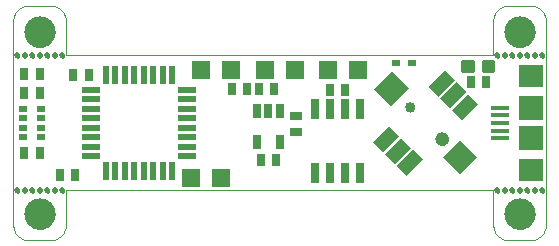
<source format=gts>
G75*
%MOIN*%
%OFA0B0*%
%FSLAX24Y24*%
%IPPOS*%
%LPD*%
%AMOC8*
5,1,8,0,0,1.08239X$1,22.5*
%
%ADD10C,0.0000*%
%ADD11C,0.1040*%
%ADD12C,0.0190*%
%ADD13R,0.0768X0.0473*%
%ADD14R,0.0827X0.0788*%
%ADD15C,0.0335*%
%ADD16C,0.0453*%
%ADD17R,0.0591X0.0178*%
%ADD18R,0.0788X0.0749*%
%ADD19R,0.0788X0.0788*%
%ADD20R,0.0276X0.0650*%
%ADD21R,0.0257X0.0512*%
%ADD22C,0.0130*%
%ADD23R,0.0640X0.0640*%
%ADD24R,0.0316X0.0237*%
%ADD25R,0.0316X0.0394*%
%ADD26R,0.0394X0.0316*%
%ADD27R,0.0316X0.0217*%
%ADD28R,0.0237X0.0611*%
%ADD29R,0.0611X0.0237*%
D10*
X004943Y002737D02*
X005693Y002737D01*
X005737Y002739D01*
X005780Y002745D01*
X005822Y002754D01*
X005864Y002767D01*
X005904Y002784D01*
X005943Y002804D01*
X005980Y002827D01*
X006014Y002854D01*
X006047Y002883D01*
X006076Y002916D01*
X006103Y002950D01*
X006126Y002987D01*
X006146Y003026D01*
X006163Y003066D01*
X006176Y003108D01*
X006185Y003150D01*
X006191Y003193D01*
X006193Y003237D01*
X006193Y004393D01*
X020443Y004393D01*
X020443Y003237D01*
X020445Y003193D01*
X020451Y003150D01*
X020460Y003108D01*
X020473Y003066D01*
X020490Y003026D01*
X020510Y002987D01*
X020533Y002950D01*
X020560Y002916D01*
X020589Y002883D01*
X020622Y002854D01*
X020656Y002827D01*
X020693Y002804D01*
X020732Y002784D01*
X020772Y002767D01*
X020814Y002754D01*
X020856Y002745D01*
X020899Y002739D01*
X020943Y002737D01*
X021693Y002737D01*
X021737Y002739D01*
X021780Y002745D01*
X021822Y002754D01*
X021864Y002767D01*
X021904Y002784D01*
X021943Y002804D01*
X021980Y002827D01*
X022014Y002854D01*
X022047Y002883D01*
X022076Y002916D01*
X022103Y002950D01*
X022126Y002987D01*
X022146Y003026D01*
X022163Y003066D01*
X022176Y003108D01*
X022185Y003150D01*
X022191Y003193D01*
X022193Y003237D01*
X022193Y010050D01*
X022191Y010094D01*
X022185Y010137D01*
X022176Y010179D01*
X022163Y010221D01*
X022146Y010261D01*
X022126Y010300D01*
X022103Y010337D01*
X022076Y010371D01*
X022047Y010404D01*
X022014Y010433D01*
X021980Y010460D01*
X021943Y010483D01*
X021904Y010503D01*
X021864Y010520D01*
X021822Y010533D01*
X021780Y010542D01*
X021737Y010548D01*
X021693Y010550D01*
X020943Y010550D01*
X020899Y010548D01*
X020856Y010542D01*
X020814Y010533D01*
X020772Y010520D01*
X020732Y010503D01*
X020693Y010483D01*
X020656Y010460D01*
X020622Y010433D01*
X020589Y010404D01*
X020560Y010371D01*
X020533Y010337D01*
X020510Y010300D01*
X020490Y010261D01*
X020473Y010221D01*
X020460Y010179D01*
X020451Y010137D01*
X020445Y010094D01*
X020443Y010050D01*
X020443Y008893D01*
X006193Y008893D01*
X006193Y010050D01*
X006191Y010094D01*
X006185Y010137D01*
X006176Y010179D01*
X006163Y010221D01*
X006146Y010261D01*
X006126Y010300D01*
X006103Y010337D01*
X006076Y010371D01*
X006047Y010404D01*
X006014Y010433D01*
X005980Y010460D01*
X005943Y010483D01*
X005904Y010503D01*
X005864Y010520D01*
X005822Y010533D01*
X005780Y010542D01*
X005737Y010548D01*
X005693Y010550D01*
X004943Y010550D01*
X004899Y010548D01*
X004856Y010542D01*
X004814Y010533D01*
X004772Y010520D01*
X004732Y010503D01*
X004693Y010483D01*
X004656Y010460D01*
X004622Y010433D01*
X004589Y010404D01*
X004560Y010371D01*
X004533Y010337D01*
X004510Y010300D01*
X004490Y010261D01*
X004473Y010221D01*
X004460Y010179D01*
X004451Y010137D01*
X004445Y010094D01*
X004443Y010050D01*
X004443Y003237D01*
X004445Y003193D01*
X004451Y003150D01*
X004460Y003108D01*
X004473Y003066D01*
X004490Y003026D01*
X004510Y002987D01*
X004533Y002950D01*
X004560Y002916D01*
X004589Y002883D01*
X004622Y002854D01*
X004656Y002827D01*
X004693Y002804D01*
X004732Y002784D01*
X004772Y002767D01*
X004814Y002754D01*
X004856Y002745D01*
X004899Y002739D01*
X004943Y002737D01*
X004818Y003612D02*
X004820Y003656D01*
X004826Y003700D01*
X004836Y003743D01*
X004849Y003785D01*
X004866Y003826D01*
X004887Y003865D01*
X004911Y003902D01*
X004938Y003937D01*
X004968Y003969D01*
X005001Y003999D01*
X005037Y004025D01*
X005074Y004049D01*
X005114Y004068D01*
X005155Y004085D01*
X005198Y004097D01*
X005241Y004106D01*
X005285Y004111D01*
X005329Y004112D01*
X005373Y004109D01*
X005417Y004102D01*
X005460Y004091D01*
X005502Y004077D01*
X005542Y004059D01*
X005581Y004037D01*
X005617Y004013D01*
X005651Y003985D01*
X005683Y003954D01*
X005712Y003920D01*
X005738Y003884D01*
X005760Y003846D01*
X005779Y003806D01*
X005794Y003764D01*
X005806Y003722D01*
X005814Y003678D01*
X005818Y003634D01*
X005818Y003590D01*
X005814Y003546D01*
X005806Y003502D01*
X005794Y003460D01*
X005779Y003418D01*
X005760Y003378D01*
X005738Y003340D01*
X005712Y003304D01*
X005683Y003270D01*
X005651Y003239D01*
X005617Y003211D01*
X005581Y003187D01*
X005542Y003165D01*
X005502Y003147D01*
X005460Y003133D01*
X005417Y003122D01*
X005373Y003115D01*
X005329Y003112D01*
X005285Y003113D01*
X005241Y003118D01*
X005198Y003127D01*
X005155Y003139D01*
X005114Y003156D01*
X005074Y003175D01*
X005037Y003199D01*
X005001Y003225D01*
X004968Y003255D01*
X004938Y003287D01*
X004911Y003322D01*
X004887Y003359D01*
X004866Y003398D01*
X004849Y003439D01*
X004836Y003481D01*
X004826Y003524D01*
X004820Y003568D01*
X004818Y003612D01*
X004743Y004393D02*
X004745Y004410D01*
X004750Y004426D01*
X004759Y004440D01*
X004771Y004452D01*
X004785Y004461D01*
X004801Y004466D01*
X004818Y004468D01*
X004835Y004466D01*
X004851Y004461D01*
X004865Y004452D01*
X004877Y004440D01*
X004886Y004426D01*
X004891Y004410D01*
X004893Y004393D01*
X004891Y004376D01*
X004886Y004360D01*
X004877Y004346D01*
X004865Y004334D01*
X004851Y004325D01*
X004835Y004320D01*
X004818Y004318D01*
X004801Y004320D01*
X004785Y004325D01*
X004771Y004334D01*
X004759Y004346D01*
X004750Y004360D01*
X004745Y004376D01*
X004743Y004393D01*
X004493Y004393D02*
X004495Y004410D01*
X004500Y004426D01*
X004509Y004440D01*
X004521Y004452D01*
X004535Y004461D01*
X004551Y004466D01*
X004568Y004468D01*
X004585Y004466D01*
X004601Y004461D01*
X004615Y004452D01*
X004627Y004440D01*
X004636Y004426D01*
X004641Y004410D01*
X004643Y004393D01*
X004641Y004376D01*
X004636Y004360D01*
X004627Y004346D01*
X004615Y004334D01*
X004601Y004325D01*
X004585Y004320D01*
X004568Y004318D01*
X004551Y004320D01*
X004535Y004325D01*
X004521Y004334D01*
X004509Y004346D01*
X004500Y004360D01*
X004495Y004376D01*
X004493Y004393D01*
X004993Y004393D02*
X004995Y004410D01*
X005000Y004426D01*
X005009Y004440D01*
X005021Y004452D01*
X005035Y004461D01*
X005051Y004466D01*
X005068Y004468D01*
X005085Y004466D01*
X005101Y004461D01*
X005115Y004452D01*
X005127Y004440D01*
X005136Y004426D01*
X005141Y004410D01*
X005143Y004393D01*
X005141Y004376D01*
X005136Y004360D01*
X005127Y004346D01*
X005115Y004334D01*
X005101Y004325D01*
X005085Y004320D01*
X005068Y004318D01*
X005051Y004320D01*
X005035Y004325D01*
X005021Y004334D01*
X005009Y004346D01*
X005000Y004360D01*
X004995Y004376D01*
X004993Y004393D01*
X005243Y004393D02*
X005245Y004410D01*
X005250Y004426D01*
X005259Y004440D01*
X005271Y004452D01*
X005285Y004461D01*
X005301Y004466D01*
X005318Y004468D01*
X005335Y004466D01*
X005351Y004461D01*
X005365Y004452D01*
X005377Y004440D01*
X005386Y004426D01*
X005391Y004410D01*
X005393Y004393D01*
X005391Y004376D01*
X005386Y004360D01*
X005377Y004346D01*
X005365Y004334D01*
X005351Y004325D01*
X005335Y004320D01*
X005318Y004318D01*
X005301Y004320D01*
X005285Y004325D01*
X005271Y004334D01*
X005259Y004346D01*
X005250Y004360D01*
X005245Y004376D01*
X005243Y004393D01*
X005493Y004393D02*
X005495Y004410D01*
X005500Y004426D01*
X005509Y004440D01*
X005521Y004452D01*
X005535Y004461D01*
X005551Y004466D01*
X005568Y004468D01*
X005585Y004466D01*
X005601Y004461D01*
X005615Y004452D01*
X005627Y004440D01*
X005636Y004426D01*
X005641Y004410D01*
X005643Y004393D01*
X005641Y004376D01*
X005636Y004360D01*
X005627Y004346D01*
X005615Y004334D01*
X005601Y004325D01*
X005585Y004320D01*
X005568Y004318D01*
X005551Y004320D01*
X005535Y004325D01*
X005521Y004334D01*
X005509Y004346D01*
X005500Y004360D01*
X005495Y004376D01*
X005493Y004393D01*
X005743Y004393D02*
X005745Y004410D01*
X005750Y004426D01*
X005759Y004440D01*
X005771Y004452D01*
X005785Y004461D01*
X005801Y004466D01*
X005818Y004468D01*
X005835Y004466D01*
X005851Y004461D01*
X005865Y004452D01*
X005877Y004440D01*
X005886Y004426D01*
X005891Y004410D01*
X005893Y004393D01*
X005891Y004376D01*
X005886Y004360D01*
X005877Y004346D01*
X005865Y004334D01*
X005851Y004325D01*
X005835Y004320D01*
X005818Y004318D01*
X005801Y004320D01*
X005785Y004325D01*
X005771Y004334D01*
X005759Y004346D01*
X005750Y004360D01*
X005745Y004376D01*
X005743Y004393D01*
X005993Y004393D02*
X005995Y004410D01*
X006000Y004426D01*
X006009Y004440D01*
X006021Y004452D01*
X006035Y004461D01*
X006051Y004466D01*
X006068Y004468D01*
X006085Y004466D01*
X006101Y004461D01*
X006115Y004452D01*
X006127Y004440D01*
X006136Y004426D01*
X006141Y004410D01*
X006143Y004393D01*
X006141Y004376D01*
X006136Y004360D01*
X006127Y004346D01*
X006115Y004334D01*
X006101Y004325D01*
X006085Y004320D01*
X006068Y004318D01*
X006051Y004320D01*
X006035Y004325D01*
X006021Y004334D01*
X006009Y004346D01*
X006000Y004360D01*
X005995Y004376D01*
X005993Y004393D01*
X005993Y008893D02*
X005995Y008910D01*
X006000Y008926D01*
X006009Y008940D01*
X006021Y008952D01*
X006035Y008961D01*
X006051Y008966D01*
X006068Y008968D01*
X006085Y008966D01*
X006101Y008961D01*
X006115Y008952D01*
X006127Y008940D01*
X006136Y008926D01*
X006141Y008910D01*
X006143Y008893D01*
X006141Y008876D01*
X006136Y008860D01*
X006127Y008846D01*
X006115Y008834D01*
X006101Y008825D01*
X006085Y008820D01*
X006068Y008818D01*
X006051Y008820D01*
X006035Y008825D01*
X006021Y008834D01*
X006009Y008846D01*
X006000Y008860D01*
X005995Y008876D01*
X005993Y008893D01*
X005743Y008893D02*
X005745Y008910D01*
X005750Y008926D01*
X005759Y008940D01*
X005771Y008952D01*
X005785Y008961D01*
X005801Y008966D01*
X005818Y008968D01*
X005835Y008966D01*
X005851Y008961D01*
X005865Y008952D01*
X005877Y008940D01*
X005886Y008926D01*
X005891Y008910D01*
X005893Y008893D01*
X005891Y008876D01*
X005886Y008860D01*
X005877Y008846D01*
X005865Y008834D01*
X005851Y008825D01*
X005835Y008820D01*
X005818Y008818D01*
X005801Y008820D01*
X005785Y008825D01*
X005771Y008834D01*
X005759Y008846D01*
X005750Y008860D01*
X005745Y008876D01*
X005743Y008893D01*
X005493Y008893D02*
X005495Y008910D01*
X005500Y008926D01*
X005509Y008940D01*
X005521Y008952D01*
X005535Y008961D01*
X005551Y008966D01*
X005568Y008968D01*
X005585Y008966D01*
X005601Y008961D01*
X005615Y008952D01*
X005627Y008940D01*
X005636Y008926D01*
X005641Y008910D01*
X005643Y008893D01*
X005641Y008876D01*
X005636Y008860D01*
X005627Y008846D01*
X005615Y008834D01*
X005601Y008825D01*
X005585Y008820D01*
X005568Y008818D01*
X005551Y008820D01*
X005535Y008825D01*
X005521Y008834D01*
X005509Y008846D01*
X005500Y008860D01*
X005495Y008876D01*
X005493Y008893D01*
X005243Y008893D02*
X005245Y008910D01*
X005250Y008926D01*
X005259Y008940D01*
X005271Y008952D01*
X005285Y008961D01*
X005301Y008966D01*
X005318Y008968D01*
X005335Y008966D01*
X005351Y008961D01*
X005365Y008952D01*
X005377Y008940D01*
X005386Y008926D01*
X005391Y008910D01*
X005393Y008893D01*
X005391Y008876D01*
X005386Y008860D01*
X005377Y008846D01*
X005365Y008834D01*
X005351Y008825D01*
X005335Y008820D01*
X005318Y008818D01*
X005301Y008820D01*
X005285Y008825D01*
X005271Y008834D01*
X005259Y008846D01*
X005250Y008860D01*
X005245Y008876D01*
X005243Y008893D01*
X004993Y008893D02*
X004995Y008910D01*
X005000Y008926D01*
X005009Y008940D01*
X005021Y008952D01*
X005035Y008961D01*
X005051Y008966D01*
X005068Y008968D01*
X005085Y008966D01*
X005101Y008961D01*
X005115Y008952D01*
X005127Y008940D01*
X005136Y008926D01*
X005141Y008910D01*
X005143Y008893D01*
X005141Y008876D01*
X005136Y008860D01*
X005127Y008846D01*
X005115Y008834D01*
X005101Y008825D01*
X005085Y008820D01*
X005068Y008818D01*
X005051Y008820D01*
X005035Y008825D01*
X005021Y008834D01*
X005009Y008846D01*
X005000Y008860D01*
X004995Y008876D01*
X004993Y008893D01*
X004743Y008893D02*
X004745Y008910D01*
X004750Y008926D01*
X004759Y008940D01*
X004771Y008952D01*
X004785Y008961D01*
X004801Y008966D01*
X004818Y008968D01*
X004835Y008966D01*
X004851Y008961D01*
X004865Y008952D01*
X004877Y008940D01*
X004886Y008926D01*
X004891Y008910D01*
X004893Y008893D01*
X004891Y008876D01*
X004886Y008860D01*
X004877Y008846D01*
X004865Y008834D01*
X004851Y008825D01*
X004835Y008820D01*
X004818Y008818D01*
X004801Y008820D01*
X004785Y008825D01*
X004771Y008834D01*
X004759Y008846D01*
X004750Y008860D01*
X004745Y008876D01*
X004743Y008893D01*
X004493Y008893D02*
X004495Y008910D01*
X004500Y008926D01*
X004509Y008940D01*
X004521Y008952D01*
X004535Y008961D01*
X004551Y008966D01*
X004568Y008968D01*
X004585Y008966D01*
X004601Y008961D01*
X004615Y008952D01*
X004627Y008940D01*
X004636Y008926D01*
X004641Y008910D01*
X004643Y008893D01*
X004641Y008876D01*
X004636Y008860D01*
X004627Y008846D01*
X004615Y008834D01*
X004601Y008825D01*
X004585Y008820D01*
X004568Y008818D01*
X004551Y008820D01*
X004535Y008825D01*
X004521Y008834D01*
X004509Y008846D01*
X004500Y008860D01*
X004495Y008876D01*
X004493Y008893D01*
X004818Y009675D02*
X004820Y009719D01*
X004826Y009763D01*
X004836Y009806D01*
X004849Y009848D01*
X004866Y009889D01*
X004887Y009928D01*
X004911Y009965D01*
X004938Y010000D01*
X004968Y010032D01*
X005001Y010062D01*
X005037Y010088D01*
X005074Y010112D01*
X005114Y010131D01*
X005155Y010148D01*
X005198Y010160D01*
X005241Y010169D01*
X005285Y010174D01*
X005329Y010175D01*
X005373Y010172D01*
X005417Y010165D01*
X005460Y010154D01*
X005502Y010140D01*
X005542Y010122D01*
X005581Y010100D01*
X005617Y010076D01*
X005651Y010048D01*
X005683Y010017D01*
X005712Y009983D01*
X005738Y009947D01*
X005760Y009909D01*
X005779Y009869D01*
X005794Y009827D01*
X005806Y009785D01*
X005814Y009741D01*
X005818Y009697D01*
X005818Y009653D01*
X005814Y009609D01*
X005806Y009565D01*
X005794Y009523D01*
X005779Y009481D01*
X005760Y009441D01*
X005738Y009403D01*
X005712Y009367D01*
X005683Y009333D01*
X005651Y009302D01*
X005617Y009274D01*
X005581Y009250D01*
X005542Y009228D01*
X005502Y009210D01*
X005460Y009196D01*
X005417Y009185D01*
X005373Y009178D01*
X005329Y009175D01*
X005285Y009176D01*
X005241Y009181D01*
X005198Y009190D01*
X005155Y009202D01*
X005114Y009219D01*
X005074Y009238D01*
X005037Y009262D01*
X005001Y009288D01*
X004968Y009318D01*
X004938Y009350D01*
X004911Y009385D01*
X004887Y009422D01*
X004866Y009461D01*
X004849Y009502D01*
X004836Y009544D01*
X004826Y009587D01*
X004820Y009631D01*
X004818Y009675D01*
X017516Y007172D02*
X017518Y007196D01*
X017524Y007219D01*
X017533Y007241D01*
X017546Y007261D01*
X017561Y007279D01*
X017580Y007294D01*
X017601Y007306D01*
X017623Y007314D01*
X017646Y007319D01*
X017670Y007320D01*
X017694Y007317D01*
X017716Y007310D01*
X017738Y007300D01*
X017758Y007287D01*
X017775Y007270D01*
X017789Y007251D01*
X017800Y007230D01*
X017808Y007207D01*
X017812Y007184D01*
X017812Y007160D01*
X017808Y007137D01*
X017800Y007114D01*
X017789Y007093D01*
X017775Y007074D01*
X017758Y007057D01*
X017738Y007044D01*
X017716Y007034D01*
X017694Y007027D01*
X017670Y007024D01*
X017646Y007025D01*
X017623Y007030D01*
X017601Y007038D01*
X017580Y007050D01*
X017561Y007065D01*
X017546Y007083D01*
X017533Y007103D01*
X017524Y007125D01*
X017518Y007148D01*
X017516Y007172D01*
X018515Y006114D02*
X018517Y006142D01*
X018523Y006170D01*
X018532Y006196D01*
X018545Y006222D01*
X018561Y006245D01*
X018581Y006265D01*
X018603Y006283D01*
X018627Y006298D01*
X018653Y006309D01*
X018680Y006317D01*
X018708Y006321D01*
X018736Y006321D01*
X018764Y006317D01*
X018791Y006309D01*
X018817Y006298D01*
X018841Y006283D01*
X018863Y006265D01*
X018883Y006245D01*
X018899Y006222D01*
X018912Y006196D01*
X018921Y006170D01*
X018927Y006142D01*
X018929Y006114D01*
X018927Y006086D01*
X018921Y006058D01*
X018912Y006032D01*
X018899Y006006D01*
X018883Y005983D01*
X018863Y005963D01*
X018841Y005945D01*
X018817Y005930D01*
X018791Y005919D01*
X018764Y005911D01*
X018736Y005907D01*
X018708Y005907D01*
X018680Y005911D01*
X018653Y005919D01*
X018627Y005930D01*
X018603Y005945D01*
X018581Y005963D01*
X018561Y005983D01*
X018545Y006006D01*
X018532Y006032D01*
X018523Y006058D01*
X018517Y006086D01*
X018515Y006114D01*
X020493Y004393D02*
X020495Y004410D01*
X020500Y004426D01*
X020509Y004440D01*
X020521Y004452D01*
X020535Y004461D01*
X020551Y004466D01*
X020568Y004468D01*
X020585Y004466D01*
X020601Y004461D01*
X020615Y004452D01*
X020627Y004440D01*
X020636Y004426D01*
X020641Y004410D01*
X020643Y004393D01*
X020641Y004376D01*
X020636Y004360D01*
X020627Y004346D01*
X020615Y004334D01*
X020601Y004325D01*
X020585Y004320D01*
X020568Y004318D01*
X020551Y004320D01*
X020535Y004325D01*
X020521Y004334D01*
X020509Y004346D01*
X020500Y004360D01*
X020495Y004376D01*
X020493Y004393D01*
X020743Y004393D02*
X020745Y004410D01*
X020750Y004426D01*
X020759Y004440D01*
X020771Y004452D01*
X020785Y004461D01*
X020801Y004466D01*
X020818Y004468D01*
X020835Y004466D01*
X020851Y004461D01*
X020865Y004452D01*
X020877Y004440D01*
X020886Y004426D01*
X020891Y004410D01*
X020893Y004393D01*
X020891Y004376D01*
X020886Y004360D01*
X020877Y004346D01*
X020865Y004334D01*
X020851Y004325D01*
X020835Y004320D01*
X020818Y004318D01*
X020801Y004320D01*
X020785Y004325D01*
X020771Y004334D01*
X020759Y004346D01*
X020750Y004360D01*
X020745Y004376D01*
X020743Y004393D01*
X020993Y004393D02*
X020995Y004410D01*
X021000Y004426D01*
X021009Y004440D01*
X021021Y004452D01*
X021035Y004461D01*
X021051Y004466D01*
X021068Y004468D01*
X021085Y004466D01*
X021101Y004461D01*
X021115Y004452D01*
X021127Y004440D01*
X021136Y004426D01*
X021141Y004410D01*
X021143Y004393D01*
X021141Y004376D01*
X021136Y004360D01*
X021127Y004346D01*
X021115Y004334D01*
X021101Y004325D01*
X021085Y004320D01*
X021068Y004318D01*
X021051Y004320D01*
X021035Y004325D01*
X021021Y004334D01*
X021009Y004346D01*
X021000Y004360D01*
X020995Y004376D01*
X020993Y004393D01*
X021243Y004393D02*
X021245Y004410D01*
X021250Y004426D01*
X021259Y004440D01*
X021271Y004452D01*
X021285Y004461D01*
X021301Y004466D01*
X021318Y004468D01*
X021335Y004466D01*
X021351Y004461D01*
X021365Y004452D01*
X021377Y004440D01*
X021386Y004426D01*
X021391Y004410D01*
X021393Y004393D01*
X021391Y004376D01*
X021386Y004360D01*
X021377Y004346D01*
X021365Y004334D01*
X021351Y004325D01*
X021335Y004320D01*
X021318Y004318D01*
X021301Y004320D01*
X021285Y004325D01*
X021271Y004334D01*
X021259Y004346D01*
X021250Y004360D01*
X021245Y004376D01*
X021243Y004393D01*
X021493Y004393D02*
X021495Y004410D01*
X021500Y004426D01*
X021509Y004440D01*
X021521Y004452D01*
X021535Y004461D01*
X021551Y004466D01*
X021568Y004468D01*
X021585Y004466D01*
X021601Y004461D01*
X021615Y004452D01*
X021627Y004440D01*
X021636Y004426D01*
X021641Y004410D01*
X021643Y004393D01*
X021641Y004376D01*
X021636Y004360D01*
X021627Y004346D01*
X021615Y004334D01*
X021601Y004325D01*
X021585Y004320D01*
X021568Y004318D01*
X021551Y004320D01*
X021535Y004325D01*
X021521Y004334D01*
X021509Y004346D01*
X021500Y004360D01*
X021495Y004376D01*
X021493Y004393D01*
X021743Y004393D02*
X021745Y004410D01*
X021750Y004426D01*
X021759Y004440D01*
X021771Y004452D01*
X021785Y004461D01*
X021801Y004466D01*
X021818Y004468D01*
X021835Y004466D01*
X021851Y004461D01*
X021865Y004452D01*
X021877Y004440D01*
X021886Y004426D01*
X021891Y004410D01*
X021893Y004393D01*
X021891Y004376D01*
X021886Y004360D01*
X021877Y004346D01*
X021865Y004334D01*
X021851Y004325D01*
X021835Y004320D01*
X021818Y004318D01*
X021801Y004320D01*
X021785Y004325D01*
X021771Y004334D01*
X021759Y004346D01*
X021750Y004360D01*
X021745Y004376D01*
X021743Y004393D01*
X021993Y004393D02*
X021995Y004410D01*
X022000Y004426D01*
X022009Y004440D01*
X022021Y004452D01*
X022035Y004461D01*
X022051Y004466D01*
X022068Y004468D01*
X022085Y004466D01*
X022101Y004461D01*
X022115Y004452D01*
X022127Y004440D01*
X022136Y004426D01*
X022141Y004410D01*
X022143Y004393D01*
X022141Y004376D01*
X022136Y004360D01*
X022127Y004346D01*
X022115Y004334D01*
X022101Y004325D01*
X022085Y004320D01*
X022068Y004318D01*
X022051Y004320D01*
X022035Y004325D01*
X022021Y004334D01*
X022009Y004346D01*
X022000Y004360D01*
X021995Y004376D01*
X021993Y004393D01*
X020818Y003612D02*
X020820Y003656D01*
X020826Y003700D01*
X020836Y003743D01*
X020849Y003785D01*
X020866Y003826D01*
X020887Y003865D01*
X020911Y003902D01*
X020938Y003937D01*
X020968Y003969D01*
X021001Y003999D01*
X021037Y004025D01*
X021074Y004049D01*
X021114Y004068D01*
X021155Y004085D01*
X021198Y004097D01*
X021241Y004106D01*
X021285Y004111D01*
X021329Y004112D01*
X021373Y004109D01*
X021417Y004102D01*
X021460Y004091D01*
X021502Y004077D01*
X021542Y004059D01*
X021581Y004037D01*
X021617Y004013D01*
X021651Y003985D01*
X021683Y003954D01*
X021712Y003920D01*
X021738Y003884D01*
X021760Y003846D01*
X021779Y003806D01*
X021794Y003764D01*
X021806Y003722D01*
X021814Y003678D01*
X021818Y003634D01*
X021818Y003590D01*
X021814Y003546D01*
X021806Y003502D01*
X021794Y003460D01*
X021779Y003418D01*
X021760Y003378D01*
X021738Y003340D01*
X021712Y003304D01*
X021683Y003270D01*
X021651Y003239D01*
X021617Y003211D01*
X021581Y003187D01*
X021542Y003165D01*
X021502Y003147D01*
X021460Y003133D01*
X021417Y003122D01*
X021373Y003115D01*
X021329Y003112D01*
X021285Y003113D01*
X021241Y003118D01*
X021198Y003127D01*
X021155Y003139D01*
X021114Y003156D01*
X021074Y003175D01*
X021037Y003199D01*
X021001Y003225D01*
X020968Y003255D01*
X020938Y003287D01*
X020911Y003322D01*
X020887Y003359D01*
X020866Y003398D01*
X020849Y003439D01*
X020836Y003481D01*
X020826Y003524D01*
X020820Y003568D01*
X020818Y003612D01*
X020743Y008893D02*
X020745Y008910D01*
X020750Y008926D01*
X020759Y008940D01*
X020771Y008952D01*
X020785Y008961D01*
X020801Y008966D01*
X020818Y008968D01*
X020835Y008966D01*
X020851Y008961D01*
X020865Y008952D01*
X020877Y008940D01*
X020886Y008926D01*
X020891Y008910D01*
X020893Y008893D01*
X020891Y008876D01*
X020886Y008860D01*
X020877Y008846D01*
X020865Y008834D01*
X020851Y008825D01*
X020835Y008820D01*
X020818Y008818D01*
X020801Y008820D01*
X020785Y008825D01*
X020771Y008834D01*
X020759Y008846D01*
X020750Y008860D01*
X020745Y008876D01*
X020743Y008893D01*
X020493Y008893D02*
X020495Y008910D01*
X020500Y008926D01*
X020509Y008940D01*
X020521Y008952D01*
X020535Y008961D01*
X020551Y008966D01*
X020568Y008968D01*
X020585Y008966D01*
X020601Y008961D01*
X020615Y008952D01*
X020627Y008940D01*
X020636Y008926D01*
X020641Y008910D01*
X020643Y008893D01*
X020641Y008876D01*
X020636Y008860D01*
X020627Y008846D01*
X020615Y008834D01*
X020601Y008825D01*
X020585Y008820D01*
X020568Y008818D01*
X020551Y008820D01*
X020535Y008825D01*
X020521Y008834D01*
X020509Y008846D01*
X020500Y008860D01*
X020495Y008876D01*
X020493Y008893D01*
X020993Y008893D02*
X020995Y008910D01*
X021000Y008926D01*
X021009Y008940D01*
X021021Y008952D01*
X021035Y008961D01*
X021051Y008966D01*
X021068Y008968D01*
X021085Y008966D01*
X021101Y008961D01*
X021115Y008952D01*
X021127Y008940D01*
X021136Y008926D01*
X021141Y008910D01*
X021143Y008893D01*
X021141Y008876D01*
X021136Y008860D01*
X021127Y008846D01*
X021115Y008834D01*
X021101Y008825D01*
X021085Y008820D01*
X021068Y008818D01*
X021051Y008820D01*
X021035Y008825D01*
X021021Y008834D01*
X021009Y008846D01*
X021000Y008860D01*
X020995Y008876D01*
X020993Y008893D01*
X021243Y008893D02*
X021245Y008910D01*
X021250Y008926D01*
X021259Y008940D01*
X021271Y008952D01*
X021285Y008961D01*
X021301Y008966D01*
X021318Y008968D01*
X021335Y008966D01*
X021351Y008961D01*
X021365Y008952D01*
X021377Y008940D01*
X021386Y008926D01*
X021391Y008910D01*
X021393Y008893D01*
X021391Y008876D01*
X021386Y008860D01*
X021377Y008846D01*
X021365Y008834D01*
X021351Y008825D01*
X021335Y008820D01*
X021318Y008818D01*
X021301Y008820D01*
X021285Y008825D01*
X021271Y008834D01*
X021259Y008846D01*
X021250Y008860D01*
X021245Y008876D01*
X021243Y008893D01*
X021493Y008893D02*
X021495Y008910D01*
X021500Y008926D01*
X021509Y008940D01*
X021521Y008952D01*
X021535Y008961D01*
X021551Y008966D01*
X021568Y008968D01*
X021585Y008966D01*
X021601Y008961D01*
X021615Y008952D01*
X021627Y008940D01*
X021636Y008926D01*
X021641Y008910D01*
X021643Y008893D01*
X021641Y008876D01*
X021636Y008860D01*
X021627Y008846D01*
X021615Y008834D01*
X021601Y008825D01*
X021585Y008820D01*
X021568Y008818D01*
X021551Y008820D01*
X021535Y008825D01*
X021521Y008834D01*
X021509Y008846D01*
X021500Y008860D01*
X021495Y008876D01*
X021493Y008893D01*
X021743Y008893D02*
X021745Y008910D01*
X021750Y008926D01*
X021759Y008940D01*
X021771Y008952D01*
X021785Y008961D01*
X021801Y008966D01*
X021818Y008968D01*
X021835Y008966D01*
X021851Y008961D01*
X021865Y008952D01*
X021877Y008940D01*
X021886Y008926D01*
X021891Y008910D01*
X021893Y008893D01*
X021891Y008876D01*
X021886Y008860D01*
X021877Y008846D01*
X021865Y008834D01*
X021851Y008825D01*
X021835Y008820D01*
X021818Y008818D01*
X021801Y008820D01*
X021785Y008825D01*
X021771Y008834D01*
X021759Y008846D01*
X021750Y008860D01*
X021745Y008876D01*
X021743Y008893D01*
X021993Y008893D02*
X021995Y008910D01*
X022000Y008926D01*
X022009Y008940D01*
X022021Y008952D01*
X022035Y008961D01*
X022051Y008966D01*
X022068Y008968D01*
X022085Y008966D01*
X022101Y008961D01*
X022115Y008952D01*
X022127Y008940D01*
X022136Y008926D01*
X022141Y008910D01*
X022143Y008893D01*
X022141Y008876D01*
X022136Y008860D01*
X022127Y008846D01*
X022115Y008834D01*
X022101Y008825D01*
X022085Y008820D01*
X022068Y008818D01*
X022051Y008820D01*
X022035Y008825D01*
X022021Y008834D01*
X022009Y008846D01*
X022000Y008860D01*
X021995Y008876D01*
X021993Y008893D01*
X020818Y009675D02*
X020820Y009719D01*
X020826Y009763D01*
X020836Y009806D01*
X020849Y009848D01*
X020866Y009889D01*
X020887Y009928D01*
X020911Y009965D01*
X020938Y010000D01*
X020968Y010032D01*
X021001Y010062D01*
X021037Y010088D01*
X021074Y010112D01*
X021114Y010131D01*
X021155Y010148D01*
X021198Y010160D01*
X021241Y010169D01*
X021285Y010174D01*
X021329Y010175D01*
X021373Y010172D01*
X021417Y010165D01*
X021460Y010154D01*
X021502Y010140D01*
X021542Y010122D01*
X021581Y010100D01*
X021617Y010076D01*
X021651Y010048D01*
X021683Y010017D01*
X021712Y009983D01*
X021738Y009947D01*
X021760Y009909D01*
X021779Y009869D01*
X021794Y009827D01*
X021806Y009785D01*
X021814Y009741D01*
X021818Y009697D01*
X021818Y009653D01*
X021814Y009609D01*
X021806Y009565D01*
X021794Y009523D01*
X021779Y009481D01*
X021760Y009441D01*
X021738Y009403D01*
X021712Y009367D01*
X021683Y009333D01*
X021651Y009302D01*
X021617Y009274D01*
X021581Y009250D01*
X021542Y009228D01*
X021502Y009210D01*
X021460Y009196D01*
X021417Y009185D01*
X021373Y009178D01*
X021329Y009175D01*
X021285Y009176D01*
X021241Y009181D01*
X021198Y009190D01*
X021155Y009202D01*
X021114Y009219D01*
X021074Y009238D01*
X021037Y009262D01*
X021001Y009288D01*
X020968Y009318D01*
X020938Y009350D01*
X020911Y009385D01*
X020887Y009422D01*
X020866Y009461D01*
X020849Y009502D01*
X020836Y009544D01*
X020826Y009587D01*
X020820Y009631D01*
X020818Y009675D01*
D11*
X021318Y009675D03*
X021318Y003612D03*
X005318Y003612D03*
X005318Y009675D03*
D12*
X005318Y008893D03*
X005568Y008893D03*
X005818Y008893D03*
X006068Y008893D03*
X005068Y008893D03*
X004818Y008893D03*
X004568Y008893D03*
X004568Y004393D03*
X004818Y004393D03*
X005068Y004393D03*
X005318Y004393D03*
X005568Y004393D03*
X005818Y004393D03*
X006068Y004393D03*
X020568Y004393D03*
X020818Y004393D03*
X021068Y004393D03*
X021318Y004393D03*
X021568Y004393D03*
X021818Y004393D03*
X022068Y004393D03*
X022068Y008893D03*
X021818Y008893D03*
X021568Y008893D03*
X021318Y008893D03*
X021068Y008893D03*
X020818Y008893D03*
X020568Y008893D03*
D13*
G36*
X019167Y008063D02*
X018625Y007521D01*
X018291Y007855D01*
X018833Y008397D01*
X019167Y008063D01*
G37*
G36*
X019556Y007673D02*
X019014Y007131D01*
X018680Y007465D01*
X019222Y008007D01*
X019556Y007673D01*
G37*
G36*
X019946Y007283D02*
X019404Y006741D01*
X019070Y007075D01*
X019612Y007617D01*
X019946Y007283D01*
G37*
G36*
X017705Y005822D02*
X017163Y005280D01*
X016829Y005614D01*
X017371Y006156D01*
X017705Y005822D01*
G37*
G36*
X018095Y005432D02*
X017553Y004890D01*
X017219Y005224D01*
X017761Y005766D01*
X018095Y005432D01*
G37*
G36*
X017315Y006211D02*
X016773Y005669D01*
X016439Y006003D01*
X016981Y006545D01*
X017315Y006211D01*
G37*
D14*
G36*
X019904Y005515D02*
X019321Y004932D01*
X018764Y005489D01*
X019347Y006072D01*
X019904Y005515D01*
G37*
G36*
X017621Y007798D02*
X017038Y007215D01*
X016481Y007772D01*
X017064Y008355D01*
X017621Y007798D01*
G37*
D15*
X017664Y007172D03*
D16*
X018722Y006114D03*
D17*
X020650Y006131D03*
X020650Y006387D03*
X020650Y006643D03*
X020650Y006899D03*
X020650Y007155D03*
D18*
X021693Y008218D03*
X021693Y005069D03*
D19*
X021693Y006143D03*
X021693Y007143D03*
D20*
X016005Y007109D03*
X015505Y007109D03*
X015005Y007109D03*
X014505Y007109D03*
X014505Y004983D03*
X015005Y004983D03*
X015505Y004983D03*
X016005Y004983D03*
D21*
X013317Y006006D03*
X012569Y006006D03*
X012569Y007030D03*
X012943Y007030D03*
X013317Y007030D03*
D22*
X019446Y008366D02*
X019446Y008670D01*
X019750Y008670D01*
X019750Y008366D01*
X019446Y008366D01*
X019446Y008495D02*
X019750Y008495D01*
X019750Y008624D02*
X019446Y008624D01*
X020136Y008670D02*
X020136Y008366D01*
X020136Y008670D02*
X020440Y008670D01*
X020440Y008366D01*
X020136Y008366D01*
X020136Y008495D02*
X020440Y008495D01*
X020440Y008624D02*
X020136Y008624D01*
D23*
X015943Y008393D03*
X014943Y008393D03*
X013818Y008393D03*
X012818Y008393D03*
X011693Y008393D03*
X010693Y008393D03*
X010349Y004800D03*
X011349Y004800D03*
D24*
X017207Y008643D03*
X017718Y008643D03*
D25*
X019687Y008018D03*
X020199Y008018D03*
X015511Y007737D03*
X014999Y007737D03*
X013136Y007768D03*
X012624Y007768D03*
X012230Y007768D03*
X011718Y007768D03*
X012687Y005393D03*
X013199Y005393D03*
X006949Y008237D03*
X006437Y008237D03*
X005324Y008268D03*
X004812Y008268D03*
X004812Y007643D03*
X005324Y007643D03*
X005324Y005643D03*
X004812Y005643D03*
X005999Y004893D03*
X006511Y004893D03*
D26*
X013880Y006356D03*
X013880Y006868D03*
D27*
X005373Y006801D03*
X005373Y006486D03*
X005373Y006171D03*
X004763Y006171D03*
X004763Y006486D03*
X004763Y006801D03*
X004763Y007116D03*
X005373Y007116D03*
D28*
X007528Y008257D03*
X007843Y008257D03*
X008158Y008257D03*
X008473Y008257D03*
X008788Y008257D03*
X009103Y008257D03*
X009418Y008257D03*
X009733Y008257D03*
X009733Y005029D03*
X009418Y005029D03*
X009103Y005029D03*
X008788Y005029D03*
X008473Y005029D03*
X008158Y005029D03*
X007843Y005029D03*
X007528Y005029D03*
D29*
X007016Y005541D03*
X007016Y005856D03*
X007016Y006171D03*
X007016Y006486D03*
X007016Y006801D03*
X007016Y007116D03*
X007016Y007431D03*
X007016Y007746D03*
X010245Y007746D03*
X010245Y007431D03*
X010245Y007116D03*
X010245Y006801D03*
X010245Y006486D03*
X010245Y006171D03*
X010245Y005856D03*
X010245Y005541D03*
M02*

</source>
